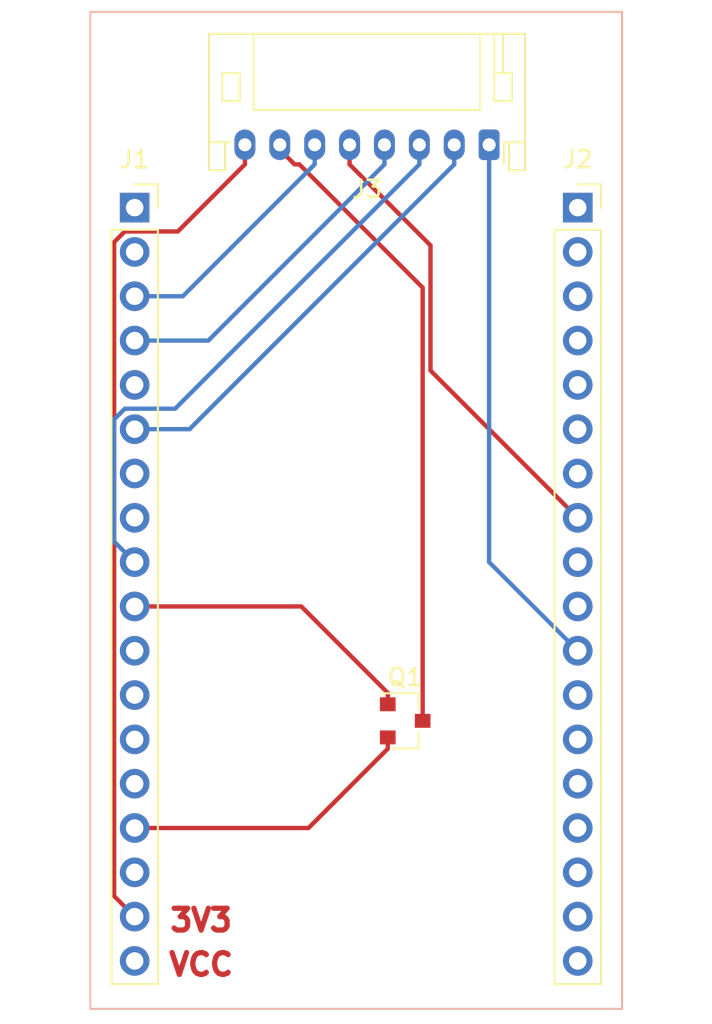
<source format=kicad_pcb>
(kicad_pcb (version 20171130) (host pcbnew "(5.1.5)-3")

  (general
    (thickness 1.6)
    (drawings 6)
    (tracks 38)
    (zones 0)
    (modules 4)
    (nets 38)
  )

  (page A4)
  (layers
    (0 F.Cu signal)
    (31 B.Cu signal)
    (32 B.Adhes user)
    (33 F.Adhes user)
    (34 B.Paste user)
    (35 F.Paste user)
    (36 B.SilkS user)
    (37 F.SilkS user)
    (38 B.Mask user)
    (39 F.Mask user)
    (40 Dwgs.User user)
    (41 Cmts.User user)
    (42 Eco1.User user)
    (43 Eco2.User user)
    (44 Edge.Cuts user)
    (45 Margin user)
    (46 B.CrtYd user)
    (47 F.CrtYd user)
    (48 B.Fab user)
    (49 F.Fab user)
  )

  (setup
    (last_trace_width 0.25)
    (trace_clearance 0.2)
    (zone_clearance 0.508)
    (zone_45_only no)
    (trace_min 0.2)
    (via_size 0.8)
    (via_drill 0.4)
    (via_min_size 0.4)
    (via_min_drill 0.3)
    (uvia_size 0.3)
    (uvia_drill 0.1)
    (uvias_allowed no)
    (uvia_min_size 0.2)
    (uvia_min_drill 0.1)
    (edge_width 0.05)
    (segment_width 0.2)
    (pcb_text_width 0.3)
    (pcb_text_size 1.5 1.5)
    (mod_edge_width 0.12)
    (mod_text_size 1 1)
    (mod_text_width 0.15)
    (pad_size 1.524 1.524)
    (pad_drill 0.762)
    (pad_to_mask_clearance 0.051)
    (solder_mask_min_width 0.25)
    (aux_axis_origin 0 0)
    (grid_origin 127 90.17)
    (visible_elements 7FFFFFFF)
    (pcbplotparams
      (layerselection 0x010fc_ffffffff)
      (usegerberextensions false)
      (usegerberattributes false)
      (usegerberadvancedattributes false)
      (creategerberjobfile false)
      (excludeedgelayer true)
      (linewidth 0.100000)
      (plotframeref false)
      (viasonmask false)
      (mode 1)
      (useauxorigin false)
      (hpglpennumber 1)
      (hpglpenspeed 20)
      (hpglpendiameter 15.000000)
      (psnegative false)
      (psa4output false)
      (plotreference true)
      (plotvalue true)
      (plotinvisibletext false)
      (padsonsilk false)
      (subtractmaskfromsilk false)
      (outputformat 1)
      (mirror false)
      (drillshape 1)
      (scaleselection 1)
      (outputdirectory ""))
  )

  (net 0 "")
  (net 1 "Net-(J1-Pad1)")
  (net 2 "Net-(J2-Pad1)")
  (net 3 "Net-(J1-Pad10)")
  (net 4 "Net-(J1-Pad15)")
  (net 5 "Net-(J3-Pad7)")
  (net 6 "Net-(J1-Pad2)")
  (net 7 "Net-(J1-Pad3)")
  (net 8 "Net-(J1-Pad4)")
  (net 9 "Net-(J1-Pad5)")
  (net 10 "Net-(J1-Pad6)")
  (net 11 "Net-(J1-Pad7)")
  (net 12 "Net-(J1-Pad8)")
  (net 13 "Net-(J1-Pad9)")
  (net 14 "Net-(J1-Pad11)")
  (net 15 "Net-(J1-Pad12)")
  (net 16 "Net-(J1-Pad13)")
  (net 17 "Net-(J1-Pad14)")
  (net 18 "Net-(J1-Pad16)")
  (net 19 "Net-(J1-Pad17)")
  (net 20 "Net-(J1-Pad18)")
  (net 21 "Net-(J2-Pad18)")
  (net 22 "Net-(J2-Pad17)")
  (net 23 "Net-(J2-Pad16)")
  (net 24 "Net-(J2-Pad15)")
  (net 25 "Net-(J2-Pad14)")
  (net 26 "Net-(J2-Pad13)")
  (net 27 "Net-(J2-Pad12)")
  (net 28 "Net-(J2-Pad11)")
  (net 29 "Net-(J2-Pad10)")
  (net 30 "Net-(J2-Pad9)")
  (net 31 "Net-(J2-Pad8)")
  (net 32 "Net-(J2-Pad7)")
  (net 33 "Net-(J2-Pad6)")
  (net 34 "Net-(J2-Pad5)")
  (net 35 "Net-(J2-Pad4)")
  (net 36 "Net-(J2-Pad3)")
  (net 37 "Net-(J2-Pad2)")

  (net_class Default "This is the default net class."
    (clearance 0.2)
    (trace_width 0.25)
    (via_dia 0.8)
    (via_drill 0.4)
    (uvia_dia 0.3)
    (uvia_drill 0.1)
    (add_net "Net-(J1-Pad1)")
    (add_net "Net-(J1-Pad10)")
    (add_net "Net-(J1-Pad11)")
    (add_net "Net-(J1-Pad12)")
    (add_net "Net-(J1-Pad13)")
    (add_net "Net-(J1-Pad14)")
    (add_net "Net-(J1-Pad15)")
    (add_net "Net-(J1-Pad16)")
    (add_net "Net-(J1-Pad17)")
    (add_net "Net-(J1-Pad18)")
    (add_net "Net-(J1-Pad2)")
    (add_net "Net-(J1-Pad3)")
    (add_net "Net-(J1-Pad4)")
    (add_net "Net-(J1-Pad5)")
    (add_net "Net-(J1-Pad6)")
    (add_net "Net-(J1-Pad7)")
    (add_net "Net-(J1-Pad8)")
    (add_net "Net-(J1-Pad9)")
    (add_net "Net-(J2-Pad1)")
    (add_net "Net-(J2-Pad10)")
    (add_net "Net-(J2-Pad11)")
    (add_net "Net-(J2-Pad12)")
    (add_net "Net-(J2-Pad13)")
    (add_net "Net-(J2-Pad14)")
    (add_net "Net-(J2-Pad15)")
    (add_net "Net-(J2-Pad16)")
    (add_net "Net-(J2-Pad17)")
    (add_net "Net-(J2-Pad18)")
    (add_net "Net-(J2-Pad2)")
    (add_net "Net-(J2-Pad3)")
    (add_net "Net-(J2-Pad4)")
    (add_net "Net-(J2-Pad5)")
    (add_net "Net-(J2-Pad6)")
    (add_net "Net-(J2-Pad7)")
    (add_net "Net-(J2-Pad8)")
    (add_net "Net-(J2-Pad9)")
    (add_net "Net-(J3-Pad7)")
  )

  (module Connector_PinSocket_2.54mm:PinSocket_1x18_P2.54mm_Vertical (layer F.Cu) (tedit 5A19A434) (tstamp 5E51B6A5)
    (at 113.03 70.913001)
    (descr "Through hole straight socket strip, 1x18, 2.54mm pitch, single row (from Kicad 4.0.7), script generated")
    (tags "Through hole socket strip THT 1x18 2.54mm single row")
    (path /5E5313C0)
    (fp_text reference J1 (at 0 -2.77) (layer F.SilkS)
      (effects (font (size 1 1) (thickness 0.15)))
    )
    (fp_text value Conn_01x18_Female (at 0 45.95) (layer F.Fab)
      (effects (font (size 1 1) (thickness 0.15)))
    )
    (fp_text user %R (at 0 21.59 90) (layer F.Fab)
      (effects (font (size 1 1) (thickness 0.15)))
    )
    (fp_line (start -1.8 44.95) (end -1.8 -1.8) (layer F.CrtYd) (width 0.05))
    (fp_line (start 1.75 44.95) (end -1.8 44.95) (layer F.CrtYd) (width 0.05))
    (fp_line (start 1.75 -1.8) (end 1.75 44.95) (layer F.CrtYd) (width 0.05))
    (fp_line (start -1.8 -1.8) (end 1.75 -1.8) (layer F.CrtYd) (width 0.05))
    (fp_line (start 0 -1.33) (end 1.33 -1.33) (layer F.SilkS) (width 0.12))
    (fp_line (start 1.33 -1.33) (end 1.33 0) (layer F.SilkS) (width 0.12))
    (fp_line (start 1.33 1.27) (end 1.33 44.51) (layer F.SilkS) (width 0.12))
    (fp_line (start -1.33 44.51) (end 1.33 44.51) (layer F.SilkS) (width 0.12))
    (fp_line (start -1.33 1.27) (end -1.33 44.51) (layer F.SilkS) (width 0.12))
    (fp_line (start -1.33 1.27) (end 1.33 1.27) (layer F.SilkS) (width 0.12))
    (fp_line (start -1.27 44.45) (end -1.27 -1.27) (layer F.Fab) (width 0.1))
    (fp_line (start 1.27 44.45) (end -1.27 44.45) (layer F.Fab) (width 0.1))
    (fp_line (start 1.27 -0.635) (end 1.27 44.45) (layer F.Fab) (width 0.1))
    (fp_line (start 0.635 -1.27) (end 1.27 -0.635) (layer F.Fab) (width 0.1))
    (fp_line (start -1.27 -1.27) (end 0.635 -1.27) (layer F.Fab) (width 0.1))
    (pad 18 thru_hole oval (at 0 43.18) (size 1.7 1.7) (drill 1) (layers *.Cu *.Mask)
      (net 20 "Net-(J1-Pad18)"))
    (pad 17 thru_hole oval (at 0 40.64) (size 1.7 1.7) (drill 1) (layers *.Cu *.Mask)
      (net 19 "Net-(J1-Pad17)"))
    (pad 16 thru_hole oval (at 0 38.1) (size 1.7 1.7) (drill 1) (layers *.Cu *.Mask)
      (net 18 "Net-(J1-Pad16)"))
    (pad 15 thru_hole oval (at 0 35.56) (size 1.7 1.7) (drill 1) (layers *.Cu *.Mask)
      (net 4 "Net-(J1-Pad15)"))
    (pad 14 thru_hole oval (at 0 33.02) (size 1.7 1.7) (drill 1) (layers *.Cu *.Mask)
      (net 17 "Net-(J1-Pad14)"))
    (pad 13 thru_hole oval (at 0 30.48) (size 1.7 1.7) (drill 1) (layers *.Cu *.Mask)
      (net 16 "Net-(J1-Pad13)"))
    (pad 12 thru_hole oval (at 0 27.94) (size 1.7 1.7) (drill 1) (layers *.Cu *.Mask)
      (net 15 "Net-(J1-Pad12)"))
    (pad 11 thru_hole oval (at 0 25.4) (size 1.7 1.7) (drill 1) (layers *.Cu *.Mask)
      (net 14 "Net-(J1-Pad11)"))
    (pad 10 thru_hole oval (at 0 22.86) (size 1.7 1.7) (drill 1) (layers *.Cu *.Mask)
      (net 3 "Net-(J1-Pad10)"))
    (pad 9 thru_hole oval (at 0 20.32) (size 1.7 1.7) (drill 1) (layers *.Cu *.Mask)
      (net 13 "Net-(J1-Pad9)"))
    (pad 8 thru_hole oval (at 0 17.78) (size 1.7 1.7) (drill 1) (layers *.Cu *.Mask)
      (net 12 "Net-(J1-Pad8)"))
    (pad 7 thru_hole oval (at 0 15.24) (size 1.7 1.7) (drill 1) (layers *.Cu *.Mask)
      (net 11 "Net-(J1-Pad7)"))
    (pad 6 thru_hole oval (at 0 12.7) (size 1.7 1.7) (drill 1) (layers *.Cu *.Mask)
      (net 10 "Net-(J1-Pad6)"))
    (pad 5 thru_hole oval (at 0 10.16) (size 1.7 1.7) (drill 1) (layers *.Cu *.Mask)
      (net 9 "Net-(J1-Pad5)"))
    (pad 4 thru_hole oval (at 0 7.62) (size 1.7 1.7) (drill 1) (layers *.Cu *.Mask)
      (net 8 "Net-(J1-Pad4)"))
    (pad 3 thru_hole oval (at 0 5.08) (size 1.7 1.7) (drill 1) (layers *.Cu *.Mask)
      (net 7 "Net-(J1-Pad3)"))
    (pad 2 thru_hole oval (at 0 2.54) (size 1.7 1.7) (drill 1) (layers *.Cu *.Mask)
      (net 6 "Net-(J1-Pad2)"))
    (pad 1 thru_hole rect (at 0 0) (size 1.7 1.7) (drill 1) (layers *.Cu *.Mask)
      (net 1 "Net-(J1-Pad1)"))
    (model ${KISYS3DMOD}/Connector_PinSocket_2.54mm.3dshapes/PinSocket_1x18_P2.54mm_Vertical.wrl
      (at (xyz 0 0 0))
      (scale (xyz 1 1 1))
      (rotate (xyz 0 0 0))
    )
  )

  (module Connector_PinSocket_2.54mm:PinSocket_1x18_P2.54mm_Vertical (layer F.Cu) (tedit 5A19A434) (tstamp 5E51B6CB)
    (at 138.43 70.913001)
    (descr "Through hole straight socket strip, 1x18, 2.54mm pitch, single row (from Kicad 4.0.7), script generated")
    (tags "Through hole socket strip THT 1x18 2.54mm single row")
    (path /5E42C3F6)
    (fp_text reference J2 (at 0 -2.77) (layer F.SilkS)
      (effects (font (size 1 1) (thickness 0.15)))
    )
    (fp_text value Conn_01x18_Female (at 0 45.95) (layer F.Fab)
      (effects (font (size 1 1) (thickness 0.15)))
    )
    (fp_line (start -1.27 -1.27) (end 0.635 -1.27) (layer F.Fab) (width 0.1))
    (fp_line (start 0.635 -1.27) (end 1.27 -0.635) (layer F.Fab) (width 0.1))
    (fp_line (start 1.27 -0.635) (end 1.27 44.45) (layer F.Fab) (width 0.1))
    (fp_line (start 1.27 44.45) (end -1.27 44.45) (layer F.Fab) (width 0.1))
    (fp_line (start -1.27 44.45) (end -1.27 -1.27) (layer F.Fab) (width 0.1))
    (fp_line (start -1.33 1.27) (end 1.33 1.27) (layer F.SilkS) (width 0.12))
    (fp_line (start -1.33 1.27) (end -1.33 44.51) (layer F.SilkS) (width 0.12))
    (fp_line (start -1.33 44.51) (end 1.33 44.51) (layer F.SilkS) (width 0.12))
    (fp_line (start 1.33 1.27) (end 1.33 44.51) (layer F.SilkS) (width 0.12))
    (fp_line (start 1.33 -1.33) (end 1.33 0) (layer F.SilkS) (width 0.12))
    (fp_line (start 0 -1.33) (end 1.33 -1.33) (layer F.SilkS) (width 0.12))
    (fp_line (start -1.8 -1.8) (end 1.75 -1.8) (layer F.CrtYd) (width 0.05))
    (fp_line (start 1.75 -1.8) (end 1.75 44.95) (layer F.CrtYd) (width 0.05))
    (fp_line (start 1.75 44.95) (end -1.8 44.95) (layer F.CrtYd) (width 0.05))
    (fp_line (start -1.8 44.95) (end -1.8 -1.8) (layer F.CrtYd) (width 0.05))
    (fp_text user %R (at 0 21.59 90) (layer F.Fab)
      (effects (font (size 1 1) (thickness 0.15)))
    )
    (pad 1 thru_hole rect (at 0 0) (size 1.7 1.7) (drill 1) (layers *.Cu *.Mask)
      (net 2 "Net-(J2-Pad1)"))
    (pad 2 thru_hole oval (at 0 2.54) (size 1.7 1.7) (drill 1) (layers *.Cu *.Mask)
      (net 37 "Net-(J2-Pad2)"))
    (pad 3 thru_hole oval (at 0 5.08) (size 1.7 1.7) (drill 1) (layers *.Cu *.Mask)
      (net 36 "Net-(J2-Pad3)"))
    (pad 4 thru_hole oval (at 0 7.62) (size 1.7 1.7) (drill 1) (layers *.Cu *.Mask)
      (net 35 "Net-(J2-Pad4)"))
    (pad 5 thru_hole oval (at 0 10.16) (size 1.7 1.7) (drill 1) (layers *.Cu *.Mask)
      (net 34 "Net-(J2-Pad5)"))
    (pad 6 thru_hole oval (at 0 12.7) (size 1.7 1.7) (drill 1) (layers *.Cu *.Mask)
      (net 33 "Net-(J2-Pad6)"))
    (pad 7 thru_hole oval (at 0 15.24) (size 1.7 1.7) (drill 1) (layers *.Cu *.Mask)
      (net 32 "Net-(J2-Pad7)"))
    (pad 8 thru_hole oval (at 0 17.78) (size 1.7 1.7) (drill 1) (layers *.Cu *.Mask)
      (net 31 "Net-(J2-Pad8)"))
    (pad 9 thru_hole oval (at 0 20.32) (size 1.7 1.7) (drill 1) (layers *.Cu *.Mask)
      (net 30 "Net-(J2-Pad9)"))
    (pad 10 thru_hole oval (at 0 22.86) (size 1.7 1.7) (drill 1) (layers *.Cu *.Mask)
      (net 29 "Net-(J2-Pad10)"))
    (pad 11 thru_hole oval (at 0 25.4) (size 1.7 1.7) (drill 1) (layers *.Cu *.Mask)
      (net 28 "Net-(J2-Pad11)"))
    (pad 12 thru_hole oval (at 0 27.94) (size 1.7 1.7) (drill 1) (layers *.Cu *.Mask)
      (net 27 "Net-(J2-Pad12)"))
    (pad 13 thru_hole oval (at 0 30.48) (size 1.7 1.7) (drill 1) (layers *.Cu *.Mask)
      (net 26 "Net-(J2-Pad13)"))
    (pad 14 thru_hole oval (at 0 33.02) (size 1.7 1.7) (drill 1) (layers *.Cu *.Mask)
      (net 25 "Net-(J2-Pad14)"))
    (pad 15 thru_hole oval (at 0 35.56) (size 1.7 1.7) (drill 1) (layers *.Cu *.Mask)
      (net 24 "Net-(J2-Pad15)"))
    (pad 16 thru_hole oval (at 0 38.1) (size 1.7 1.7) (drill 1) (layers *.Cu *.Mask)
      (net 23 "Net-(J2-Pad16)"))
    (pad 17 thru_hole oval (at 0 40.64) (size 1.7 1.7) (drill 1) (layers *.Cu *.Mask)
      (net 22 "Net-(J2-Pad17)"))
    (pad 18 thru_hole oval (at 0 43.18) (size 1.7 1.7) (drill 1) (layers *.Cu *.Mask)
      (net 21 "Net-(J2-Pad18)"))
    (model ${KISYS3DMOD}/Connector_PinSocket_2.54mm.3dshapes/PinSocket_1x18_P2.54mm_Vertical.wrl
      (at (xyz 0 0 0))
      (scale (xyz 1 1 1))
      (rotate (xyz 0 0 0))
    )
  )

  (module Connector_JST:JST_PH_S8B-PH-K_1x08_P2.00mm_Horizontal (layer F.Cu) (tedit 5B7745C6) (tstamp 5E51B700)
    (at 133.35 67.31 180)
    (descr "JST PH series connector, S8B-PH-K (http://www.jst-mfg.com/product/pdf/eng/ePH.pdf), generated with kicad-footprint-generator")
    (tags "connector JST PH top entry")
    (path /5E45F56D)
    (fp_text reference J3 (at 7 -2.55) (layer F.SilkS)
      (effects (font (size 1 1) (thickness 0.15)))
    )
    (fp_text value Conn_01x08 (at 7 7.45) (layer F.Fab)
      (effects (font (size 1 1) (thickness 0.15)))
    )
    (fp_line (start -0.86 0.14) (end -1.14 0.14) (layer F.SilkS) (width 0.12))
    (fp_line (start -1.14 0.14) (end -1.14 -1.46) (layer F.SilkS) (width 0.12))
    (fp_line (start -1.14 -1.46) (end -2.06 -1.46) (layer F.SilkS) (width 0.12))
    (fp_line (start -2.06 -1.46) (end -2.06 6.36) (layer F.SilkS) (width 0.12))
    (fp_line (start -2.06 6.36) (end 16.06 6.36) (layer F.SilkS) (width 0.12))
    (fp_line (start 16.06 6.36) (end 16.06 -1.46) (layer F.SilkS) (width 0.12))
    (fp_line (start 16.06 -1.46) (end 15.14 -1.46) (layer F.SilkS) (width 0.12))
    (fp_line (start 15.14 -1.46) (end 15.14 0.14) (layer F.SilkS) (width 0.12))
    (fp_line (start 15.14 0.14) (end 14.86 0.14) (layer F.SilkS) (width 0.12))
    (fp_line (start 0.5 6.36) (end 0.5 2) (layer F.SilkS) (width 0.12))
    (fp_line (start 0.5 2) (end 13.5 2) (layer F.SilkS) (width 0.12))
    (fp_line (start 13.5 2) (end 13.5 6.36) (layer F.SilkS) (width 0.12))
    (fp_line (start -2.06 0.14) (end -1.14 0.14) (layer F.SilkS) (width 0.12))
    (fp_line (start 16.06 0.14) (end 15.14 0.14) (layer F.SilkS) (width 0.12))
    (fp_line (start -1.3 2.5) (end -1.3 4.1) (layer F.SilkS) (width 0.12))
    (fp_line (start -1.3 4.1) (end -0.3 4.1) (layer F.SilkS) (width 0.12))
    (fp_line (start -0.3 4.1) (end -0.3 2.5) (layer F.SilkS) (width 0.12))
    (fp_line (start -0.3 2.5) (end -1.3 2.5) (layer F.SilkS) (width 0.12))
    (fp_line (start 15.3 2.5) (end 15.3 4.1) (layer F.SilkS) (width 0.12))
    (fp_line (start 15.3 4.1) (end 14.3 4.1) (layer F.SilkS) (width 0.12))
    (fp_line (start 14.3 4.1) (end 14.3 2.5) (layer F.SilkS) (width 0.12))
    (fp_line (start 14.3 2.5) (end 15.3 2.5) (layer F.SilkS) (width 0.12))
    (fp_line (start -0.3 4.1) (end -0.3 6.36) (layer F.SilkS) (width 0.12))
    (fp_line (start -0.8 4.1) (end -0.8 6.36) (layer F.SilkS) (width 0.12))
    (fp_line (start -2.45 -1.85) (end -2.45 6.75) (layer F.CrtYd) (width 0.05))
    (fp_line (start -2.45 6.75) (end 16.45 6.75) (layer F.CrtYd) (width 0.05))
    (fp_line (start 16.45 6.75) (end 16.45 -1.85) (layer F.CrtYd) (width 0.05))
    (fp_line (start 16.45 -1.85) (end -2.45 -1.85) (layer F.CrtYd) (width 0.05))
    (fp_line (start -1.25 0.25) (end -1.25 -1.35) (layer F.Fab) (width 0.1))
    (fp_line (start -1.25 -1.35) (end -1.95 -1.35) (layer F.Fab) (width 0.1))
    (fp_line (start -1.95 -1.35) (end -1.95 6.25) (layer F.Fab) (width 0.1))
    (fp_line (start -1.95 6.25) (end 15.95 6.25) (layer F.Fab) (width 0.1))
    (fp_line (start 15.95 6.25) (end 15.95 -1.35) (layer F.Fab) (width 0.1))
    (fp_line (start 15.95 -1.35) (end 15.25 -1.35) (layer F.Fab) (width 0.1))
    (fp_line (start 15.25 -1.35) (end 15.25 0.25) (layer F.Fab) (width 0.1))
    (fp_line (start 15.25 0.25) (end -1.25 0.25) (layer F.Fab) (width 0.1))
    (fp_line (start -0.86 0.14) (end -0.86 -1.075) (layer F.SilkS) (width 0.12))
    (fp_line (start 0 0.875) (end -0.5 1.375) (layer F.Fab) (width 0.1))
    (fp_line (start -0.5 1.375) (end 0.5 1.375) (layer F.Fab) (width 0.1))
    (fp_line (start 0.5 1.375) (end 0 0.875) (layer F.Fab) (width 0.1))
    (fp_text user %R (at 7 2.5) (layer F.Fab)
      (effects (font (size 1 1) (thickness 0.15)))
    )
    (pad 1 thru_hole roundrect (at 0 0 180) (size 1.2 1.75) (drill 0.75) (layers *.Cu *.Mask) (roundrect_rratio 0.208333)
      (net 28 "Net-(J2-Pad11)"))
    (pad 2 thru_hole oval (at 2 0 180) (size 1.2 1.75) (drill 0.75) (layers *.Cu *.Mask)
      (net 10 "Net-(J1-Pad6)"))
    (pad 3 thru_hole oval (at 4 0 180) (size 1.2 1.75) (drill 0.75) (layers *.Cu *.Mask)
      (net 13 "Net-(J1-Pad9)"))
    (pad 4 thru_hole oval (at 6 0 180) (size 1.2 1.75) (drill 0.75) (layers *.Cu *.Mask)
      (net 8 "Net-(J1-Pad4)"))
    (pad 5 thru_hole oval (at 8 0 180) (size 1.2 1.75) (drill 0.75) (layers *.Cu *.Mask)
      (net 31 "Net-(J2-Pad8)"))
    (pad 6 thru_hole oval (at 10 0 180) (size 1.2 1.75) (drill 0.75) (layers *.Cu *.Mask)
      (net 7 "Net-(J1-Pad3)"))
    (pad 7 thru_hole oval (at 12 0 180) (size 1.2 1.75) (drill 0.75) (layers *.Cu *.Mask)
      (net 5 "Net-(J3-Pad7)"))
    (pad 8 thru_hole oval (at 14 0 180) (size 1.2 1.75) (drill 0.75) (layers *.Cu *.Mask)
      (net 19 "Net-(J1-Pad17)"))
    (model ${KISYS3DMOD}/Connector_JST.3dshapes/JST_PH_S8B-PH-K_1x08_P2.00mm_Horizontal.wrl
      (at (xyz 0 0 0))
      (scale (xyz 1 1 1))
      (rotate (xyz 0 0 0))
    )
  )

  (module Package_TO_SOT_SMD:SOT-23 (layer F.Cu) (tedit 5A02FF57) (tstamp 5E51B715)
    (at 128.54 100.33)
    (descr "SOT-23, Standard")
    (tags SOT-23)
    (path /5E4393A1)
    (attr smd)
    (fp_text reference Q1 (at 0 -2.5) (layer F.SilkS)
      (effects (font (size 1 1) (thickness 0.15)))
    )
    (fp_text value 2N7002K (at 0 2.5) (layer F.Fab)
      (effects (font (size 1 1) (thickness 0.15)))
    )
    (fp_text user %R (at 0 0 90) (layer F.Fab)
      (effects (font (size 0.5 0.5) (thickness 0.075)))
    )
    (fp_line (start -0.7 -0.95) (end -0.7 1.5) (layer F.Fab) (width 0.1))
    (fp_line (start -0.15 -1.52) (end 0.7 -1.52) (layer F.Fab) (width 0.1))
    (fp_line (start -0.7 -0.95) (end -0.15 -1.52) (layer F.Fab) (width 0.1))
    (fp_line (start 0.7 -1.52) (end 0.7 1.52) (layer F.Fab) (width 0.1))
    (fp_line (start -0.7 1.52) (end 0.7 1.52) (layer F.Fab) (width 0.1))
    (fp_line (start 0.76 1.58) (end 0.76 0.65) (layer F.SilkS) (width 0.12))
    (fp_line (start 0.76 -1.58) (end 0.76 -0.65) (layer F.SilkS) (width 0.12))
    (fp_line (start -1.7 -1.75) (end 1.7 -1.75) (layer F.CrtYd) (width 0.05))
    (fp_line (start 1.7 -1.75) (end 1.7 1.75) (layer F.CrtYd) (width 0.05))
    (fp_line (start 1.7 1.75) (end -1.7 1.75) (layer F.CrtYd) (width 0.05))
    (fp_line (start -1.7 1.75) (end -1.7 -1.75) (layer F.CrtYd) (width 0.05))
    (fp_line (start 0.76 -1.58) (end -1.4 -1.58) (layer F.SilkS) (width 0.12))
    (fp_line (start 0.76 1.58) (end -0.7 1.58) (layer F.SilkS) (width 0.12))
    (pad 1 smd rect (at -1 -0.95) (size 0.9 0.8) (layers F.Cu F.Paste F.Mask)
      (net 3 "Net-(J1-Pad10)"))
    (pad 2 smd rect (at -1 0.95) (size 0.9 0.8) (layers F.Cu F.Paste F.Mask)
      (net 4 "Net-(J1-Pad15)"))
    (pad 3 smd rect (at 1 0) (size 0.9 0.8) (layers F.Cu F.Paste F.Mask)
      (net 5 "Net-(J3-Pad7)"))
    (model ${KISYS3DMOD}/Package_TO_SOT_SMD.3dshapes/SOT-23.wrl
      (at (xyz 0 0 0))
      (scale (xyz 1 1 1))
      (rotate (xyz 0 0 0))
    )
  )

  (gr_line (start 140.97 59.69) (end 110.49 59.69) (layer B.SilkS) (width 0.12) (tstamp 5E51C170))
  (gr_line (start 140.97 116.84) (end 140.97 59.69) (layer B.SilkS) (width 0.12))
  (gr_line (start 110.49 116.84) (end 140.97 116.84) (layer B.SilkS) (width 0.12))
  (gr_line (start 110.49 59.69) (end 110.49 116.84) (layer B.SilkS) (width 0.12))
  (gr_text VCC (at 116.84 114.3) (layer F.Cu)
    (effects (font (size 1.25 1.25) (thickness 0.3)))
  )
  (gr_text 3V3 (at 116.84 111.76) (layer F.Cu)
    (effects (font (size 1.25 1.25) (thickness 0.3)))
  )

  (segment (start 127.54 98.73) (end 127.54 99.38) (width 0.25) (layer F.Cu) (net 3))
  (segment (start 122.583001 93.773001) (end 127.54 98.73) (width 0.25) (layer F.Cu) (net 3))
  (segment (start 113.03 93.773001) (end 122.583001 93.773001) (width 0.25) (layer F.Cu) (net 3))
  (segment (start 127.54 101.93) (end 127.54 101.28) (width 0.25) (layer F.Cu) (net 4))
  (segment (start 122.996999 106.473001) (end 127.54 101.93) (width 0.25) (layer F.Cu) (net 4))
  (segment (start 113.03 106.473001) (end 122.996999 106.473001) (width 0.25) (layer F.Cu) (net 4))
  (segment (start 122.2 68.435) (end 121.35 67.585) (width 0.25) (layer F.Cu) (net 5))
  (segment (start 122.475 68.435) (end 122.2 68.435) (width 0.25) (layer F.Cu) (net 5))
  (segment (start 129.54 75.5) (end 122.475 68.435) (width 0.25) (layer F.Cu) (net 5))
  (segment (start 121.35 67.585) (end 121.35 67.31) (width 0.25) (layer F.Cu) (net 5))
  (segment (start 129.54 100.33) (end 129.54 75.5) (width 0.25) (layer F.Cu) (net 5))
  (segment (start 115.791999 75.993001) (end 123.35 68.435) (width 0.25) (layer B.Cu) (net 7))
  (segment (start 123.35 68.435) (end 123.35 67.31) (width 0.25) (layer B.Cu) (net 7))
  (segment (start 113.03 75.993001) (end 115.791999 75.993001) (width 0.25) (layer B.Cu) (net 7))
  (segment (start 127.35 68.435) (end 127.35 67.31) (width 0.25) (layer B.Cu) (net 8))
  (segment (start 117.251999 78.533001) (end 127.35 68.435) (width 0.25) (layer B.Cu) (net 8))
  (segment (start 113.03 78.533001) (end 117.251999 78.533001) (width 0.25) (layer B.Cu) (net 8))
  (segment (start 131.35 68.435) (end 131.35 67.31) (width 0.25) (layer B.Cu) (net 10))
  (segment (start 116.171999 83.613001) (end 131.35 68.435) (width 0.25) (layer B.Cu) (net 10))
  (segment (start 113.03 83.613001) (end 116.171999 83.613001) (width 0.25) (layer B.Cu) (net 10))
  (segment (start 115.347 82.438) (end 129.35 68.435) (width 0.25) (layer B.Cu) (net 13))
  (segment (start 111.854999 83.049) (end 112.465999 82.438) (width 0.25) (layer B.Cu) (net 13))
  (segment (start 111.854999 90.058) (end 111.854999 83.049) (width 0.25) (layer B.Cu) (net 13))
  (segment (start 129.35 68.435) (end 129.35 67.31) (width 0.25) (layer B.Cu) (net 13))
  (segment (start 112.465999 82.438) (end 115.347 82.438) (width 0.25) (layer B.Cu) (net 13))
  (segment (start 113.03 91.233001) (end 111.854999 90.058) (width 0.25) (layer B.Cu) (net 13))
  (segment (start 115.507 72.278) (end 119.35 68.435) (width 0.25) (layer F.Cu) (net 19))
  (segment (start 119.35 68.435) (end 119.35 67.31) (width 0.25) (layer F.Cu) (net 19))
  (segment (start 112.465999 72.278) (end 115.507 72.278) (width 0.25) (layer F.Cu) (net 19))
  (segment (start 111.854999 72.889) (end 112.465999 72.278) (width 0.25) (layer F.Cu) (net 19))
  (segment (start 111.854999 110.378) (end 111.854999 72.889) (width 0.25) (layer F.Cu) (net 19))
  (segment (start 113.03 111.553001) (end 111.854999 110.378) (width 0.25) (layer F.Cu) (net 19))
  (segment (start 133.35 91.233001) (end 138.43 96.313001) (width 0.25) (layer B.Cu) (net 28))
  (segment (start 133.35 67.31) (end 133.35 91.233001) (width 0.25) (layer B.Cu) (net 28))
  (segment (start 129.990009 73.075009) (end 125.35 68.435) (width 0.25) (layer F.Cu) (net 31))
  (segment (start 129.990009 80.25301) (end 129.990009 73.075009) (width 0.25) (layer F.Cu) (net 31))
  (segment (start 125.35 68.435) (end 125.35 67.31) (width 0.25) (layer F.Cu) (net 31))
  (segment (start 138.43 88.693001) (end 129.990009 80.25301) (width 0.25) (layer F.Cu) (net 31))

)

</source>
